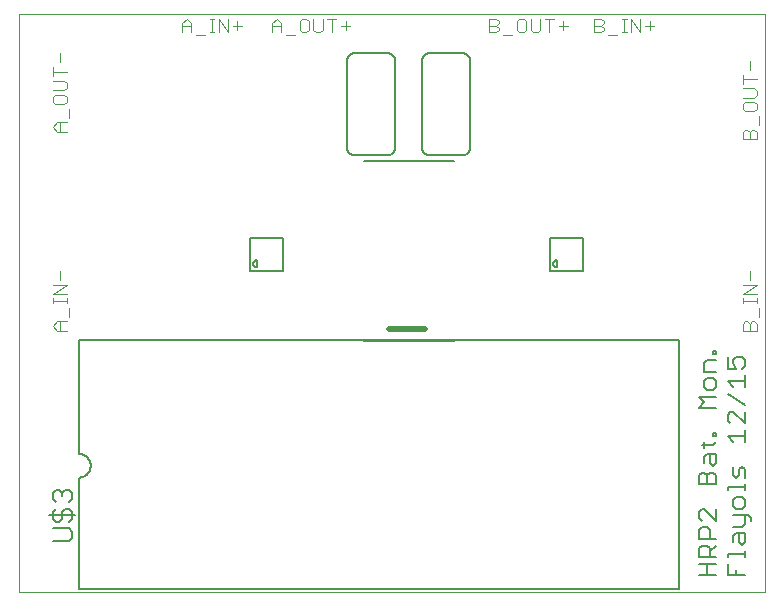
<source format=gto>
G75*
%MOIN*%
%OFA0B0*%
%FSLAX25Y25*%
%IPPOS*%
%LPD*%
%AMOC8*
5,1,8,0,0,1.08239X$1,22.5*
%
%ADD10C,0.00000*%
%ADD11C,0.00800*%
%ADD12C,0.00400*%
%ADD13C,0.00600*%
%ADD14C,0.02000*%
D10*
X0001000Y0001000D02*
X0001000Y0193461D01*
X0249701Y0193461D01*
X0249701Y0001000D01*
X0001000Y0001000D01*
D11*
X0116000Y0084500D02*
X0146000Y0084500D01*
X0177988Y0107988D02*
X0177988Y0119012D01*
X0189012Y0119012D01*
X0189012Y0107988D01*
X0177988Y0107988D01*
X0180350Y0109169D02*
X0180350Y0111531D01*
X0180283Y0111529D01*
X0180215Y0111523D01*
X0180149Y0111514D01*
X0180083Y0111500D01*
X0180017Y0111483D01*
X0179953Y0111462D01*
X0179890Y0111438D01*
X0179829Y0111410D01*
X0179769Y0111378D01*
X0179712Y0111344D01*
X0179656Y0111305D01*
X0179602Y0111264D01*
X0179551Y0111220D01*
X0179503Y0111173D01*
X0179457Y0111123D01*
X0179415Y0111071D01*
X0179375Y0111017D01*
X0179339Y0110960D01*
X0179305Y0110901D01*
X0179276Y0110841D01*
X0179249Y0110778D01*
X0179227Y0110715D01*
X0179208Y0110650D01*
X0179193Y0110585D01*
X0179181Y0110518D01*
X0179173Y0110451D01*
X0179169Y0110384D01*
X0179169Y0110316D01*
X0179173Y0110249D01*
X0179181Y0110182D01*
X0179193Y0110115D01*
X0179208Y0110050D01*
X0179227Y0109985D01*
X0179249Y0109922D01*
X0179276Y0109859D01*
X0179305Y0109799D01*
X0179339Y0109740D01*
X0179375Y0109683D01*
X0179415Y0109629D01*
X0179457Y0109577D01*
X0179503Y0109527D01*
X0179551Y0109480D01*
X0179602Y0109436D01*
X0179656Y0109395D01*
X0179712Y0109356D01*
X0179769Y0109322D01*
X0179829Y0109290D01*
X0179890Y0109262D01*
X0179953Y0109238D01*
X0180017Y0109217D01*
X0180083Y0109200D01*
X0180149Y0109186D01*
X0180215Y0109177D01*
X0180283Y0109171D01*
X0180350Y0109169D01*
X0146000Y0144500D02*
X0116000Y0144500D01*
X0089012Y0119012D02*
X0089012Y0107988D01*
X0077988Y0107988D01*
X0077988Y0119012D01*
X0089012Y0119012D01*
X0080350Y0111531D02*
X0080350Y0109169D01*
X0080283Y0109171D01*
X0080215Y0109177D01*
X0080149Y0109186D01*
X0080083Y0109200D01*
X0080017Y0109217D01*
X0079953Y0109238D01*
X0079890Y0109262D01*
X0079829Y0109290D01*
X0079769Y0109322D01*
X0079712Y0109356D01*
X0079656Y0109395D01*
X0079602Y0109436D01*
X0079551Y0109480D01*
X0079503Y0109527D01*
X0079457Y0109577D01*
X0079415Y0109629D01*
X0079375Y0109683D01*
X0079339Y0109740D01*
X0079305Y0109799D01*
X0079276Y0109859D01*
X0079249Y0109922D01*
X0079227Y0109985D01*
X0079208Y0110050D01*
X0079193Y0110115D01*
X0079181Y0110182D01*
X0079173Y0110249D01*
X0079169Y0110316D01*
X0079169Y0110384D01*
X0079173Y0110451D01*
X0079181Y0110518D01*
X0079193Y0110585D01*
X0079208Y0110650D01*
X0079227Y0110715D01*
X0079249Y0110778D01*
X0079276Y0110841D01*
X0079305Y0110901D01*
X0079339Y0110960D01*
X0079375Y0111017D01*
X0079415Y0111071D01*
X0079457Y0111123D01*
X0079503Y0111173D01*
X0079551Y0111220D01*
X0079602Y0111264D01*
X0079656Y0111305D01*
X0079712Y0111344D01*
X0079769Y0111378D01*
X0079829Y0111410D01*
X0079890Y0111438D01*
X0079953Y0111462D01*
X0080017Y0111483D01*
X0080083Y0111500D01*
X0080149Y0111514D01*
X0080215Y0111523D01*
X0080283Y0111529D01*
X0080350Y0111531D01*
X0227659Y0065978D02*
X0233464Y0065978D01*
X0232497Y0068185D02*
X0233464Y0069152D01*
X0233464Y0071087D01*
X0232497Y0072055D01*
X0230562Y0072055D01*
X0229594Y0071087D01*
X0229594Y0069152D01*
X0230562Y0068185D01*
X0232497Y0068185D01*
X0237295Y0066990D02*
X0243100Y0063120D01*
X0243100Y0060913D02*
X0243100Y0057043D01*
X0239230Y0060913D01*
X0238263Y0060913D01*
X0237295Y0059946D01*
X0237295Y0058011D01*
X0238263Y0057043D01*
X0243100Y0054836D02*
X0243100Y0050966D01*
X0243100Y0052901D02*
X0237295Y0052901D01*
X0239230Y0050966D01*
X0233464Y0050875D02*
X0232497Y0049908D01*
X0228627Y0049908D01*
X0229594Y0050875D02*
X0229594Y0048940D01*
X0230562Y0046733D02*
X0233464Y0046733D01*
X0233464Y0043831D01*
X0232497Y0042863D01*
X0231529Y0043831D01*
X0231529Y0046733D01*
X0230562Y0046733D02*
X0229594Y0045766D01*
X0229594Y0043831D01*
X0229594Y0040656D02*
X0230562Y0039688D01*
X0230562Y0036786D01*
X0233464Y0036786D02*
X0227659Y0036786D01*
X0227659Y0039688D01*
X0228627Y0040656D01*
X0229594Y0040656D01*
X0230562Y0039688D02*
X0231529Y0040656D01*
X0232497Y0040656D01*
X0233464Y0039688D01*
X0233464Y0036786D01*
X0237295Y0035728D02*
X0237295Y0034760D01*
X0237295Y0035728D02*
X0243100Y0035728D01*
X0243100Y0036695D02*
X0243100Y0034760D01*
X0242133Y0032553D02*
X0240198Y0032553D01*
X0239230Y0031585D01*
X0239230Y0029651D01*
X0240198Y0028683D01*
X0242133Y0028683D01*
X0243100Y0029651D01*
X0243100Y0031585D01*
X0242133Y0032553D01*
X0243100Y0026476D02*
X0243100Y0023573D01*
X0242133Y0022606D01*
X0239230Y0022606D01*
X0240198Y0020399D02*
X0243100Y0020399D01*
X0243100Y0017496D01*
X0242133Y0016529D01*
X0241165Y0017496D01*
X0241165Y0020399D01*
X0240198Y0020399D02*
X0239230Y0019431D01*
X0239230Y0017496D01*
X0243100Y0014412D02*
X0243100Y0012477D01*
X0243100Y0013445D02*
X0237295Y0013445D01*
X0237295Y0012477D01*
X0237295Y0010270D02*
X0237295Y0006400D01*
X0243100Y0006400D01*
X0240198Y0006400D02*
X0240198Y0008335D01*
X0233464Y0010270D02*
X0227659Y0010270D01*
X0227659Y0012477D02*
X0227659Y0015380D01*
X0228627Y0016347D01*
X0230562Y0016347D01*
X0231529Y0015380D01*
X0231529Y0012477D01*
X0233464Y0012477D02*
X0227659Y0012477D01*
X0230562Y0010270D02*
X0230562Y0006400D01*
X0233464Y0006400D02*
X0227659Y0006400D01*
X0231529Y0014412D02*
X0233464Y0016347D01*
X0233464Y0018554D02*
X0227659Y0018554D01*
X0227659Y0021457D01*
X0228627Y0022424D01*
X0230562Y0022424D01*
X0231529Y0021457D01*
X0231529Y0018554D01*
X0233464Y0024632D02*
X0229594Y0028502D01*
X0228627Y0028502D01*
X0227659Y0027534D01*
X0227659Y0025599D01*
X0228627Y0024632D01*
X0233464Y0024632D02*
X0233464Y0028502D01*
X0239230Y0026476D02*
X0244067Y0026476D01*
X0245035Y0025508D01*
X0245035Y0024541D01*
X0243100Y0038812D02*
X0243100Y0041714D01*
X0242133Y0042682D01*
X0241165Y0041714D01*
X0241165Y0039779D01*
X0240198Y0038812D01*
X0239230Y0039779D01*
X0239230Y0042682D01*
X0233464Y0052992D02*
X0232497Y0052992D01*
X0232497Y0053959D01*
X0233464Y0053959D01*
X0233464Y0052992D01*
X0233464Y0062108D02*
X0227659Y0062108D01*
X0229594Y0064043D01*
X0227659Y0065978D01*
X0237295Y0071133D02*
X0243100Y0071133D01*
X0243100Y0069198D02*
X0243100Y0073068D01*
X0242133Y0075275D02*
X0243100Y0076242D01*
X0243100Y0078177D01*
X0242133Y0079145D01*
X0240198Y0079145D01*
X0239230Y0078177D01*
X0239230Y0077210D01*
X0240198Y0075275D01*
X0237295Y0075275D01*
X0237295Y0079145D01*
X0233464Y0078132D02*
X0230562Y0078132D01*
X0229594Y0077164D01*
X0229594Y0074262D01*
X0233464Y0074262D01*
X0237295Y0071133D02*
X0239230Y0069198D01*
X0233464Y0080339D02*
X0232497Y0080339D01*
X0232497Y0081307D01*
X0233464Y0081307D01*
X0233464Y0080339D01*
D12*
X0242357Y0087983D02*
X0242357Y0090285D01*
X0243125Y0091052D01*
X0243892Y0091052D01*
X0244659Y0090285D01*
X0244659Y0087983D01*
X0246961Y0087983D02*
X0242357Y0087983D01*
X0244659Y0090285D02*
X0245427Y0091052D01*
X0246194Y0091052D01*
X0246961Y0090285D01*
X0246961Y0087983D01*
X0247729Y0092587D02*
X0247729Y0095656D01*
X0246961Y0097191D02*
X0246961Y0098725D01*
X0246961Y0097958D02*
X0242357Y0097958D01*
X0242357Y0097191D02*
X0242357Y0098725D01*
X0242357Y0100260D02*
X0246961Y0103329D01*
X0242357Y0103329D01*
X0244659Y0104864D02*
X0244659Y0107933D01*
X0246961Y0100260D02*
X0242357Y0100260D01*
X0242357Y0151844D02*
X0242357Y0154146D01*
X0243125Y0154913D01*
X0243892Y0154913D01*
X0244659Y0154146D01*
X0244659Y0151844D01*
X0246961Y0151844D02*
X0242357Y0151844D01*
X0244659Y0154146D02*
X0245427Y0154913D01*
X0246194Y0154913D01*
X0246961Y0154146D01*
X0246961Y0151844D01*
X0247729Y0156448D02*
X0247729Y0159517D01*
X0246194Y0161052D02*
X0246961Y0161819D01*
X0246961Y0163354D01*
X0246194Y0164121D01*
X0243125Y0164121D01*
X0242357Y0163354D01*
X0242357Y0161819D01*
X0243125Y0161052D01*
X0246194Y0161052D01*
X0246194Y0165656D02*
X0242357Y0165656D01*
X0242357Y0168725D02*
X0246194Y0168725D01*
X0246961Y0167958D01*
X0246961Y0166423D01*
X0246194Y0165656D01*
X0242357Y0170260D02*
X0242357Y0173329D01*
X0242357Y0171794D02*
X0246961Y0171794D01*
X0244659Y0174864D02*
X0244659Y0177933D01*
X0212883Y0189663D02*
X0209813Y0189663D01*
X0211348Y0191198D02*
X0211348Y0188129D01*
X0208279Y0187361D02*
X0208279Y0191965D01*
X0205209Y0191965D02*
X0205209Y0187361D01*
X0203675Y0187361D02*
X0202140Y0187361D01*
X0202907Y0187361D02*
X0202907Y0191965D01*
X0202140Y0191965D02*
X0203675Y0191965D01*
X0205209Y0191965D02*
X0208279Y0187361D01*
X0200605Y0186594D02*
X0197536Y0186594D01*
X0196002Y0188129D02*
X0195234Y0187361D01*
X0192932Y0187361D01*
X0192932Y0191965D01*
X0195234Y0191965D01*
X0196002Y0191198D01*
X0196002Y0190431D01*
X0195234Y0189663D01*
X0192932Y0189663D01*
X0195234Y0189663D02*
X0196002Y0188896D01*
X0196002Y0188129D01*
X0184021Y0189663D02*
X0180952Y0189663D01*
X0182487Y0191198D02*
X0182487Y0188129D01*
X0177883Y0187361D02*
X0177883Y0191965D01*
X0179417Y0191965D02*
X0176348Y0191965D01*
X0174813Y0191965D02*
X0174813Y0188129D01*
X0174046Y0187361D01*
X0172511Y0187361D01*
X0171744Y0188129D01*
X0171744Y0191965D01*
X0170209Y0191198D02*
X0169442Y0191965D01*
X0167907Y0191965D01*
X0167140Y0191198D01*
X0167140Y0188129D01*
X0167907Y0187361D01*
X0169442Y0187361D01*
X0170209Y0188129D01*
X0170209Y0191198D01*
X0165605Y0186594D02*
X0162536Y0186594D01*
X0161002Y0188129D02*
X0160234Y0187361D01*
X0157932Y0187361D01*
X0157932Y0191965D01*
X0160234Y0191965D01*
X0161002Y0191198D01*
X0161002Y0190431D01*
X0160234Y0189663D01*
X0157932Y0189663D01*
X0160234Y0189663D02*
X0161002Y0188896D01*
X0161002Y0188129D01*
X0111521Y0189663D02*
X0108452Y0189663D01*
X0109987Y0191198D02*
X0109987Y0188129D01*
X0105383Y0187361D02*
X0105383Y0191965D01*
X0106917Y0191965D02*
X0103848Y0191965D01*
X0102313Y0191965D02*
X0102313Y0188129D01*
X0101546Y0187361D01*
X0100011Y0187361D01*
X0099244Y0188129D01*
X0099244Y0191965D01*
X0097709Y0191198D02*
X0096942Y0191965D01*
X0095407Y0191965D01*
X0094640Y0191198D01*
X0094640Y0188129D01*
X0095407Y0187361D01*
X0096942Y0187361D01*
X0097709Y0188129D01*
X0097709Y0191198D01*
X0093105Y0186594D02*
X0090036Y0186594D01*
X0088502Y0187361D02*
X0088502Y0190431D01*
X0086967Y0191965D01*
X0085432Y0190431D01*
X0085432Y0187361D01*
X0085432Y0189663D02*
X0088502Y0189663D01*
X0075383Y0189663D02*
X0072313Y0189663D01*
X0073848Y0191198D02*
X0073848Y0188129D01*
X0070779Y0187361D02*
X0070779Y0191965D01*
X0067709Y0191965D02*
X0070779Y0187361D01*
X0067709Y0187361D02*
X0067709Y0191965D01*
X0066175Y0191965D02*
X0064640Y0191965D01*
X0065407Y0191965D02*
X0065407Y0187361D01*
X0064640Y0187361D02*
X0066175Y0187361D01*
X0063105Y0186594D02*
X0060036Y0186594D01*
X0058502Y0187361D02*
X0058502Y0190431D01*
X0056967Y0191965D01*
X0055432Y0190431D01*
X0055432Y0187361D01*
X0055432Y0189663D02*
X0058502Y0189663D01*
X0017729Y0162017D02*
X0017729Y0158948D01*
X0016961Y0157413D02*
X0013892Y0157413D01*
X0012357Y0155879D01*
X0013892Y0154344D01*
X0016961Y0154344D01*
X0014659Y0154344D02*
X0014659Y0157413D01*
X0013125Y0163552D02*
X0016194Y0163552D01*
X0016961Y0164319D01*
X0016961Y0165854D01*
X0016194Y0166621D01*
X0013125Y0166621D01*
X0012357Y0165854D01*
X0012357Y0164319D01*
X0013125Y0163552D01*
X0012357Y0168156D02*
X0016194Y0168156D01*
X0016961Y0168923D01*
X0016961Y0170458D01*
X0016194Y0171225D01*
X0012357Y0171225D01*
X0012357Y0172760D02*
X0012357Y0175829D01*
X0012357Y0174294D02*
X0016961Y0174294D01*
X0014659Y0177364D02*
X0014659Y0180433D01*
X0014659Y0107933D02*
X0014659Y0104864D01*
X0016961Y0103329D02*
X0012357Y0103329D01*
X0012357Y0100260D02*
X0016961Y0103329D01*
X0016961Y0100260D02*
X0012357Y0100260D01*
X0012357Y0098725D02*
X0012357Y0097191D01*
X0012357Y0097958D02*
X0016961Y0097958D01*
X0016961Y0097191D02*
X0016961Y0098725D01*
X0017729Y0095656D02*
X0017729Y0092587D01*
X0016961Y0091052D02*
X0013892Y0091052D01*
X0012357Y0089517D01*
X0013892Y0087983D01*
X0016961Y0087983D01*
X0014659Y0087983D02*
X0014659Y0091052D01*
D13*
X0021000Y0085000D02*
X0021000Y0047000D01*
X0021126Y0046998D01*
X0021251Y0046992D01*
X0021376Y0046982D01*
X0021501Y0046968D01*
X0021626Y0046951D01*
X0021750Y0046929D01*
X0021873Y0046904D01*
X0021995Y0046874D01*
X0022116Y0046841D01*
X0022236Y0046804D01*
X0022355Y0046764D01*
X0022472Y0046719D01*
X0022589Y0046671D01*
X0022703Y0046619D01*
X0022816Y0046564D01*
X0022927Y0046505D01*
X0023036Y0046443D01*
X0023143Y0046377D01*
X0023248Y0046308D01*
X0023351Y0046236D01*
X0023452Y0046161D01*
X0023550Y0046082D01*
X0023645Y0046000D01*
X0023738Y0045916D01*
X0023828Y0045828D01*
X0023916Y0045738D01*
X0024000Y0045645D01*
X0024082Y0045550D01*
X0024161Y0045452D01*
X0024236Y0045351D01*
X0024308Y0045248D01*
X0024377Y0045143D01*
X0024443Y0045036D01*
X0024505Y0044927D01*
X0024564Y0044816D01*
X0024619Y0044703D01*
X0024671Y0044589D01*
X0024719Y0044472D01*
X0024764Y0044355D01*
X0024804Y0044236D01*
X0024841Y0044116D01*
X0024874Y0043995D01*
X0024904Y0043873D01*
X0024929Y0043750D01*
X0024951Y0043626D01*
X0024968Y0043501D01*
X0024982Y0043376D01*
X0024992Y0043251D01*
X0024998Y0043126D01*
X0025000Y0043000D01*
X0024998Y0042874D01*
X0024992Y0042749D01*
X0024982Y0042624D01*
X0024968Y0042499D01*
X0024951Y0042374D01*
X0024929Y0042250D01*
X0024904Y0042127D01*
X0024874Y0042005D01*
X0024841Y0041884D01*
X0024804Y0041764D01*
X0024764Y0041645D01*
X0024719Y0041528D01*
X0024671Y0041411D01*
X0024619Y0041297D01*
X0024564Y0041184D01*
X0024505Y0041073D01*
X0024443Y0040964D01*
X0024377Y0040857D01*
X0024308Y0040752D01*
X0024236Y0040649D01*
X0024161Y0040548D01*
X0024082Y0040450D01*
X0024000Y0040355D01*
X0023916Y0040262D01*
X0023828Y0040172D01*
X0023738Y0040084D01*
X0023645Y0040000D01*
X0023550Y0039918D01*
X0023452Y0039839D01*
X0023351Y0039764D01*
X0023248Y0039692D01*
X0023143Y0039623D01*
X0023036Y0039557D01*
X0022927Y0039495D01*
X0022816Y0039436D01*
X0022703Y0039381D01*
X0022589Y0039329D01*
X0022472Y0039281D01*
X0022355Y0039236D01*
X0022236Y0039196D01*
X0022116Y0039159D01*
X0021995Y0039126D01*
X0021873Y0039096D01*
X0021750Y0039071D01*
X0021626Y0039049D01*
X0021501Y0039032D01*
X0021376Y0039018D01*
X0021251Y0039008D01*
X0021126Y0039002D01*
X0021000Y0039000D01*
X0021000Y0002000D01*
X0221000Y0002000D01*
X0221000Y0085000D01*
X0021000Y0085000D01*
X0017632Y0034961D02*
X0016565Y0034961D01*
X0015497Y0033894D01*
X0015497Y0032826D01*
X0015497Y0033894D02*
X0014430Y0034961D01*
X0013362Y0034961D01*
X0012295Y0033894D01*
X0012295Y0031759D01*
X0013362Y0030691D01*
X0013362Y0028516D02*
X0012295Y0027448D01*
X0012295Y0025313D01*
X0013362Y0024245D01*
X0014430Y0024245D01*
X0015497Y0025313D01*
X0015497Y0027448D01*
X0016565Y0028516D01*
X0017632Y0028516D01*
X0018700Y0027448D01*
X0018700Y0025313D01*
X0017632Y0024245D01*
X0017632Y0022070D02*
X0012295Y0022070D01*
X0012295Y0017800D02*
X0017632Y0017800D01*
X0018700Y0018868D01*
X0018700Y0021003D01*
X0017632Y0022070D01*
X0019768Y0026381D02*
X0011227Y0026381D01*
X0017632Y0030691D02*
X0018700Y0031759D01*
X0018700Y0033894D01*
X0017632Y0034961D01*
X0113000Y0146500D02*
X0124000Y0146500D01*
X0124098Y0146502D01*
X0124196Y0146508D01*
X0124294Y0146517D01*
X0124391Y0146531D01*
X0124488Y0146548D01*
X0124584Y0146569D01*
X0124679Y0146594D01*
X0124773Y0146622D01*
X0124865Y0146655D01*
X0124957Y0146690D01*
X0125047Y0146730D01*
X0125135Y0146772D01*
X0125222Y0146819D01*
X0125306Y0146868D01*
X0125389Y0146921D01*
X0125469Y0146977D01*
X0125548Y0147037D01*
X0125624Y0147099D01*
X0125697Y0147164D01*
X0125768Y0147232D01*
X0125836Y0147303D01*
X0125901Y0147376D01*
X0125963Y0147452D01*
X0126023Y0147531D01*
X0126079Y0147611D01*
X0126132Y0147694D01*
X0126181Y0147778D01*
X0126228Y0147865D01*
X0126270Y0147953D01*
X0126310Y0148043D01*
X0126345Y0148135D01*
X0126378Y0148227D01*
X0126406Y0148321D01*
X0126431Y0148416D01*
X0126452Y0148512D01*
X0126469Y0148609D01*
X0126483Y0148706D01*
X0126492Y0148804D01*
X0126498Y0148902D01*
X0126500Y0149000D01*
X0126500Y0178000D01*
X0126498Y0178098D01*
X0126492Y0178196D01*
X0126483Y0178294D01*
X0126469Y0178391D01*
X0126452Y0178488D01*
X0126431Y0178584D01*
X0126406Y0178679D01*
X0126378Y0178773D01*
X0126345Y0178865D01*
X0126310Y0178957D01*
X0126270Y0179047D01*
X0126228Y0179135D01*
X0126181Y0179222D01*
X0126132Y0179306D01*
X0126079Y0179389D01*
X0126023Y0179469D01*
X0125963Y0179548D01*
X0125901Y0179624D01*
X0125836Y0179697D01*
X0125768Y0179768D01*
X0125697Y0179836D01*
X0125624Y0179901D01*
X0125548Y0179963D01*
X0125469Y0180023D01*
X0125389Y0180079D01*
X0125306Y0180132D01*
X0125222Y0180181D01*
X0125135Y0180228D01*
X0125047Y0180270D01*
X0124957Y0180310D01*
X0124865Y0180345D01*
X0124773Y0180378D01*
X0124679Y0180406D01*
X0124584Y0180431D01*
X0124488Y0180452D01*
X0124391Y0180469D01*
X0124294Y0180483D01*
X0124196Y0180492D01*
X0124098Y0180498D01*
X0124000Y0180500D01*
X0113000Y0180500D01*
X0112902Y0180498D01*
X0112804Y0180492D01*
X0112706Y0180483D01*
X0112609Y0180469D01*
X0112512Y0180452D01*
X0112416Y0180431D01*
X0112321Y0180406D01*
X0112227Y0180378D01*
X0112135Y0180345D01*
X0112043Y0180310D01*
X0111953Y0180270D01*
X0111865Y0180228D01*
X0111778Y0180181D01*
X0111694Y0180132D01*
X0111611Y0180079D01*
X0111531Y0180023D01*
X0111452Y0179963D01*
X0111376Y0179901D01*
X0111303Y0179836D01*
X0111232Y0179768D01*
X0111164Y0179697D01*
X0111099Y0179624D01*
X0111037Y0179548D01*
X0110977Y0179469D01*
X0110921Y0179389D01*
X0110868Y0179306D01*
X0110819Y0179222D01*
X0110772Y0179135D01*
X0110730Y0179047D01*
X0110690Y0178957D01*
X0110655Y0178865D01*
X0110622Y0178773D01*
X0110594Y0178679D01*
X0110569Y0178584D01*
X0110548Y0178488D01*
X0110531Y0178391D01*
X0110517Y0178294D01*
X0110508Y0178196D01*
X0110502Y0178098D01*
X0110500Y0178000D01*
X0110500Y0149000D01*
X0110502Y0148902D01*
X0110508Y0148804D01*
X0110517Y0148706D01*
X0110531Y0148609D01*
X0110548Y0148512D01*
X0110569Y0148416D01*
X0110594Y0148321D01*
X0110622Y0148227D01*
X0110655Y0148135D01*
X0110690Y0148043D01*
X0110730Y0147953D01*
X0110772Y0147865D01*
X0110819Y0147778D01*
X0110868Y0147694D01*
X0110921Y0147611D01*
X0110977Y0147531D01*
X0111037Y0147452D01*
X0111099Y0147376D01*
X0111164Y0147303D01*
X0111232Y0147232D01*
X0111303Y0147164D01*
X0111376Y0147099D01*
X0111452Y0147037D01*
X0111531Y0146977D01*
X0111611Y0146921D01*
X0111694Y0146868D01*
X0111778Y0146819D01*
X0111865Y0146772D01*
X0111953Y0146730D01*
X0112043Y0146690D01*
X0112135Y0146655D01*
X0112227Y0146622D01*
X0112321Y0146594D01*
X0112416Y0146569D01*
X0112512Y0146548D01*
X0112609Y0146531D01*
X0112706Y0146517D01*
X0112804Y0146508D01*
X0112902Y0146502D01*
X0113000Y0146500D01*
X0135500Y0149000D02*
X0135500Y0178000D01*
X0135502Y0178098D01*
X0135508Y0178196D01*
X0135517Y0178294D01*
X0135531Y0178391D01*
X0135548Y0178488D01*
X0135569Y0178584D01*
X0135594Y0178679D01*
X0135622Y0178773D01*
X0135655Y0178865D01*
X0135690Y0178957D01*
X0135730Y0179047D01*
X0135772Y0179135D01*
X0135819Y0179222D01*
X0135868Y0179306D01*
X0135921Y0179389D01*
X0135977Y0179469D01*
X0136037Y0179548D01*
X0136099Y0179624D01*
X0136164Y0179697D01*
X0136232Y0179768D01*
X0136303Y0179836D01*
X0136376Y0179901D01*
X0136452Y0179963D01*
X0136531Y0180023D01*
X0136611Y0180079D01*
X0136694Y0180132D01*
X0136778Y0180181D01*
X0136865Y0180228D01*
X0136953Y0180270D01*
X0137043Y0180310D01*
X0137135Y0180345D01*
X0137227Y0180378D01*
X0137321Y0180406D01*
X0137416Y0180431D01*
X0137512Y0180452D01*
X0137609Y0180469D01*
X0137706Y0180483D01*
X0137804Y0180492D01*
X0137902Y0180498D01*
X0138000Y0180500D01*
X0149000Y0180500D01*
X0149098Y0180498D01*
X0149196Y0180492D01*
X0149294Y0180483D01*
X0149391Y0180469D01*
X0149488Y0180452D01*
X0149584Y0180431D01*
X0149679Y0180406D01*
X0149773Y0180378D01*
X0149865Y0180345D01*
X0149957Y0180310D01*
X0150047Y0180270D01*
X0150135Y0180228D01*
X0150222Y0180181D01*
X0150306Y0180132D01*
X0150389Y0180079D01*
X0150469Y0180023D01*
X0150548Y0179963D01*
X0150624Y0179901D01*
X0150697Y0179836D01*
X0150768Y0179768D01*
X0150836Y0179697D01*
X0150901Y0179624D01*
X0150963Y0179548D01*
X0151023Y0179469D01*
X0151079Y0179389D01*
X0151132Y0179306D01*
X0151181Y0179222D01*
X0151228Y0179135D01*
X0151270Y0179047D01*
X0151310Y0178957D01*
X0151345Y0178865D01*
X0151378Y0178773D01*
X0151406Y0178679D01*
X0151431Y0178584D01*
X0151452Y0178488D01*
X0151469Y0178391D01*
X0151483Y0178294D01*
X0151492Y0178196D01*
X0151498Y0178098D01*
X0151500Y0178000D01*
X0151500Y0149000D01*
X0151498Y0148902D01*
X0151492Y0148804D01*
X0151483Y0148706D01*
X0151469Y0148609D01*
X0151452Y0148512D01*
X0151431Y0148416D01*
X0151406Y0148321D01*
X0151378Y0148227D01*
X0151345Y0148135D01*
X0151310Y0148043D01*
X0151270Y0147953D01*
X0151228Y0147865D01*
X0151181Y0147778D01*
X0151132Y0147694D01*
X0151079Y0147611D01*
X0151023Y0147531D01*
X0150963Y0147452D01*
X0150901Y0147376D01*
X0150836Y0147303D01*
X0150768Y0147232D01*
X0150697Y0147164D01*
X0150624Y0147099D01*
X0150548Y0147037D01*
X0150469Y0146977D01*
X0150389Y0146921D01*
X0150306Y0146868D01*
X0150222Y0146819D01*
X0150135Y0146772D01*
X0150047Y0146730D01*
X0149957Y0146690D01*
X0149865Y0146655D01*
X0149773Y0146622D01*
X0149679Y0146594D01*
X0149584Y0146569D01*
X0149488Y0146548D01*
X0149391Y0146531D01*
X0149294Y0146517D01*
X0149196Y0146508D01*
X0149098Y0146502D01*
X0149000Y0146500D01*
X0138000Y0146500D01*
X0137902Y0146502D01*
X0137804Y0146508D01*
X0137706Y0146517D01*
X0137609Y0146531D01*
X0137512Y0146548D01*
X0137416Y0146569D01*
X0137321Y0146594D01*
X0137227Y0146622D01*
X0137135Y0146655D01*
X0137043Y0146690D01*
X0136953Y0146730D01*
X0136865Y0146772D01*
X0136778Y0146819D01*
X0136694Y0146868D01*
X0136611Y0146921D01*
X0136531Y0146977D01*
X0136452Y0147037D01*
X0136376Y0147099D01*
X0136303Y0147164D01*
X0136232Y0147232D01*
X0136164Y0147303D01*
X0136099Y0147376D01*
X0136037Y0147452D01*
X0135977Y0147531D01*
X0135921Y0147611D01*
X0135868Y0147694D01*
X0135819Y0147778D01*
X0135772Y0147865D01*
X0135730Y0147953D01*
X0135690Y0148043D01*
X0135655Y0148135D01*
X0135622Y0148227D01*
X0135594Y0148321D01*
X0135569Y0148416D01*
X0135548Y0148512D01*
X0135531Y0148609D01*
X0135517Y0148706D01*
X0135508Y0148804D01*
X0135502Y0148902D01*
X0135500Y0149000D01*
D14*
X0136500Y0088500D02*
X0124500Y0088500D01*
M02*

</source>
